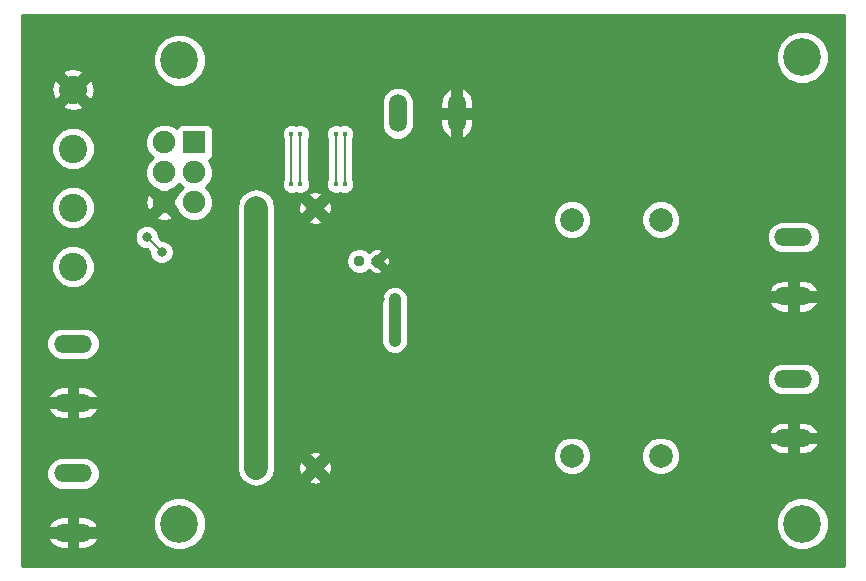
<source format=gbl>
G04 (created by PCBNEW-RS274X (2010-03-14)-final) date Thu 12 Jan 2012 21:53:35 GMT*
G01*
G70*
G90*
%MOIN*%
G04 Gerber Fmt 3.4, Leading zero omitted, Abs format*
%FSLAX34Y34*%
G04 APERTURE LIST*
%ADD10C,0.006000*%
%ADD11R,0.075000X0.075000*%
%ADD12C,0.075000*%
%ADD13C,0.037400*%
%ADD14C,0.063000*%
%ADD15C,0.078700*%
%ADD16O,0.126000X0.059100*%
%ADD17O,0.059100X0.126000*%
%ADD18C,0.094500*%
%ADD19C,0.126000*%
%ADD20C,0.039400*%
%ADD21C,0.015700*%
%ADD22C,0.031500*%
%ADD23C,0.035000*%
%ADD24C,0.007900*%
%ADD25C,0.039400*%
%ADD26C,0.078700*%
%ADD27C,0.010000*%
G04 APERTURE END LIST*
G54D10*
G54D11*
X40264Y-47819D03*
G54D12*
X40264Y-48819D03*
X40264Y-49819D03*
X39264Y-47819D03*
X39264Y-48819D03*
X39264Y-49819D03*
G54D13*
X45768Y-51772D03*
X46359Y-51772D03*
G54D14*
X42323Y-58661D03*
X44292Y-58661D03*
X42323Y-50000D03*
X44292Y-50000D03*
G54D15*
X52856Y-58268D03*
X55809Y-58268D03*
X52856Y-50394D03*
X55809Y-50394D03*
G54D16*
X60236Y-55708D03*
X60236Y-57677D03*
X36220Y-58857D03*
X36220Y-60826D03*
X36220Y-54527D03*
X36220Y-56496D03*
X60236Y-50983D03*
X60236Y-52952D03*
G54D17*
X47046Y-46850D03*
X49015Y-46850D03*
G54D18*
X36220Y-51968D03*
X36220Y-49999D03*
X36220Y-48031D03*
X36220Y-46062D03*
G54D19*
X60531Y-44980D03*
X60531Y-60531D03*
X39764Y-60531D03*
X39764Y-45079D03*
G54D20*
X45866Y-46161D03*
X49606Y-55197D03*
X49606Y-53464D03*
X49134Y-54331D03*
G54D21*
X45079Y-53150D03*
X45079Y-52756D03*
X44685Y-53150D03*
X44685Y-52756D03*
X45079Y-55512D03*
X45079Y-55905D03*
X44685Y-55512D03*
X44685Y-55905D03*
X45177Y-55118D03*
X44882Y-55118D03*
X44587Y-55118D03*
X45177Y-54331D03*
X44882Y-54331D03*
X44587Y-54331D03*
X45177Y-53543D03*
X44882Y-53543D03*
X44587Y-53543D03*
G54D22*
X44882Y-52953D03*
X44882Y-55709D03*
X46457Y-53051D03*
X46457Y-55610D03*
X43307Y-54823D03*
G54D23*
X39764Y-52362D03*
X39764Y-56299D03*
X39764Y-55512D03*
X39764Y-54724D03*
G54D22*
X38681Y-50984D03*
X39173Y-51476D03*
G54D21*
X45276Y-49213D03*
X45276Y-47539D03*
X44980Y-49213D03*
X44980Y-47539D03*
X43799Y-47539D03*
X43799Y-49213D03*
X43504Y-47539D03*
X43504Y-49213D03*
G54D20*
X46949Y-54429D03*
X46949Y-53051D03*
G54D24*
X38681Y-50984D02*
X39173Y-51476D01*
X45276Y-49213D02*
X45276Y-47539D01*
X44980Y-49213D02*
X44980Y-47539D01*
X43799Y-49213D02*
X43799Y-47539D01*
X43504Y-49213D02*
X43504Y-47539D01*
G54D25*
X46949Y-53051D02*
X46949Y-54429D01*
G54D26*
X42323Y-50000D02*
X42323Y-58661D01*
G54D27*
X34527Y-43582D02*
X61930Y-43582D01*
X34527Y-43662D02*
X61930Y-43662D01*
X34527Y-43742D02*
X61930Y-43742D01*
X34527Y-43822D02*
X61930Y-43822D01*
X34527Y-43902D02*
X61930Y-43902D01*
X34527Y-43982D02*
X61930Y-43982D01*
X34527Y-44062D02*
X61930Y-44062D01*
X34527Y-44142D02*
X60256Y-44142D01*
X60808Y-44142D02*
X61930Y-44142D01*
X34527Y-44222D02*
X39535Y-44222D01*
X39996Y-44222D02*
X60063Y-44222D01*
X60999Y-44222D02*
X61930Y-44222D01*
X34527Y-44302D02*
X39341Y-44302D01*
X40187Y-44302D02*
X59965Y-44302D01*
X61097Y-44302D02*
X61930Y-44302D01*
X34527Y-44382D02*
X39217Y-44382D01*
X40311Y-44382D02*
X59885Y-44382D01*
X61177Y-44382D02*
X61930Y-44382D01*
X34527Y-44462D02*
X39137Y-44462D01*
X40391Y-44462D02*
X59805Y-44462D01*
X61257Y-44462D02*
X61930Y-44462D01*
X34527Y-44542D02*
X39057Y-44542D01*
X40471Y-44542D02*
X59761Y-44542D01*
X61302Y-44542D02*
X61930Y-44542D01*
X34527Y-44622D02*
X39002Y-44622D01*
X40527Y-44622D02*
X59728Y-44622D01*
X61335Y-44622D02*
X61930Y-44622D01*
X34527Y-44702D02*
X38969Y-44702D01*
X40561Y-44702D02*
X59694Y-44702D01*
X61368Y-44702D02*
X61930Y-44702D01*
X34527Y-44782D02*
X38935Y-44782D01*
X40594Y-44782D02*
X59661Y-44782D01*
X61402Y-44782D02*
X61930Y-44782D01*
X34527Y-44862D02*
X38902Y-44862D01*
X40627Y-44862D02*
X59651Y-44862D01*
X61411Y-44862D02*
X61930Y-44862D01*
X34527Y-44942D02*
X38884Y-44942D01*
X40644Y-44942D02*
X59651Y-44942D01*
X61411Y-44942D02*
X61930Y-44942D01*
X34527Y-45022D02*
X38884Y-45022D01*
X40644Y-45022D02*
X59651Y-45022D01*
X61411Y-45022D02*
X61930Y-45022D01*
X34527Y-45102D02*
X38884Y-45102D01*
X40644Y-45102D02*
X59651Y-45102D01*
X61411Y-45102D02*
X61930Y-45102D01*
X34527Y-45182D02*
X38884Y-45182D01*
X40644Y-45182D02*
X59662Y-45182D01*
X61400Y-45182D02*
X61930Y-45182D01*
X34527Y-45262D02*
X38887Y-45262D01*
X40641Y-45262D02*
X59695Y-45262D01*
X61366Y-45262D02*
X61930Y-45262D01*
X34527Y-45342D02*
X36237Y-45342D01*
X36247Y-45342D02*
X38920Y-45342D01*
X40607Y-45342D02*
X59728Y-45342D01*
X61333Y-45342D02*
X61930Y-45342D01*
X34527Y-45422D02*
X35914Y-45422D01*
X36526Y-45422D02*
X38953Y-45422D01*
X40574Y-45422D02*
X59761Y-45422D01*
X61299Y-45422D02*
X61930Y-45422D01*
X34527Y-45502D02*
X35870Y-45502D01*
X36571Y-45502D02*
X38986Y-45502D01*
X40540Y-45502D02*
X59809Y-45502D01*
X61253Y-45502D02*
X61930Y-45502D01*
X34527Y-45582D02*
X35948Y-45582D01*
X36492Y-45582D02*
X39023Y-45582D01*
X40505Y-45582D02*
X59889Y-45582D01*
X61173Y-45582D02*
X61930Y-45582D01*
X34527Y-45662D02*
X36028Y-45662D01*
X36412Y-45662D02*
X39103Y-45662D01*
X40425Y-45662D02*
X59969Y-45662D01*
X61093Y-45662D02*
X61930Y-45662D01*
X34527Y-45742D02*
X35606Y-45742D01*
X35692Y-45742D02*
X36108Y-45742D01*
X36332Y-45742D02*
X36748Y-45742D01*
X36835Y-45742D02*
X39183Y-45742D01*
X40345Y-45742D02*
X60072Y-45742D01*
X60990Y-45742D02*
X61930Y-45742D01*
X34527Y-45822D02*
X35550Y-45822D01*
X35772Y-45822D02*
X36188Y-45822D01*
X36252Y-45822D02*
X36668Y-45822D01*
X36897Y-45822D02*
X39263Y-45822D01*
X40265Y-45822D02*
X60264Y-45822D01*
X60796Y-45822D02*
X61930Y-45822D01*
X34527Y-45902D02*
X35531Y-45902D01*
X35852Y-45902D02*
X36588Y-45902D01*
X36911Y-45902D02*
X39451Y-45902D01*
X40075Y-45902D02*
X61930Y-45902D01*
X34527Y-45982D02*
X35513Y-45982D01*
X35932Y-45982D02*
X36508Y-45982D01*
X36924Y-45982D02*
X46894Y-45982D01*
X47199Y-45982D02*
X61930Y-45982D01*
X34527Y-46062D02*
X35502Y-46062D01*
X36012Y-46062D02*
X36428Y-46062D01*
X36938Y-46062D02*
X46726Y-46062D01*
X47367Y-46062D02*
X48725Y-46062D01*
X48868Y-46062D02*
X49162Y-46062D01*
X49306Y-46062D02*
X61930Y-46062D01*
X34527Y-46142D02*
X35516Y-46142D01*
X35932Y-46142D02*
X36508Y-46142D01*
X36927Y-46142D02*
X46646Y-46142D01*
X47447Y-46142D02*
X48625Y-46142D01*
X48868Y-46142D02*
X49162Y-46142D01*
X49406Y-46142D02*
X61930Y-46142D01*
X34527Y-46222D02*
X35529Y-46222D01*
X35852Y-46222D02*
X36588Y-46222D01*
X36909Y-46222D02*
X46582Y-46222D01*
X47512Y-46222D02*
X48567Y-46222D01*
X48868Y-46222D02*
X49162Y-46222D01*
X49464Y-46222D02*
X61930Y-46222D01*
X34527Y-46302D02*
X35543Y-46302D01*
X35772Y-46302D02*
X36188Y-46302D01*
X36252Y-46302D02*
X36668Y-46302D01*
X36890Y-46302D02*
X46549Y-46302D01*
X47544Y-46302D02*
X48516Y-46302D01*
X48868Y-46302D02*
X49162Y-46302D01*
X49515Y-46302D02*
X61930Y-46302D01*
X34527Y-46382D02*
X35605Y-46382D01*
X35692Y-46382D02*
X36108Y-46382D01*
X36332Y-46382D02*
X36748Y-46382D01*
X36834Y-46382D02*
X46515Y-46382D01*
X47577Y-46382D02*
X48497Y-46382D01*
X48868Y-46382D02*
X49162Y-46382D01*
X49534Y-46382D02*
X61930Y-46382D01*
X34527Y-46462D02*
X36028Y-46462D01*
X36412Y-46462D02*
X46511Y-46462D01*
X47581Y-46462D02*
X48478Y-46462D01*
X48868Y-46462D02*
X49162Y-46462D01*
X49553Y-46462D02*
X61930Y-46462D01*
X34527Y-46542D02*
X35948Y-46542D01*
X36492Y-46542D02*
X46511Y-46542D01*
X47581Y-46542D02*
X48470Y-46542D01*
X48868Y-46542D02*
X49162Y-46542D01*
X49560Y-46542D02*
X61930Y-46542D01*
X34527Y-46622D02*
X35869Y-46622D01*
X36570Y-46622D02*
X46511Y-46622D01*
X47581Y-46622D02*
X48470Y-46622D01*
X48868Y-46622D02*
X49162Y-46622D01*
X49560Y-46622D02*
X61930Y-46622D01*
X34527Y-46702D02*
X35914Y-46702D01*
X36526Y-46702D02*
X46511Y-46702D01*
X47581Y-46702D02*
X48470Y-46702D01*
X48868Y-46702D02*
X49162Y-46702D01*
X49560Y-46702D02*
X61930Y-46702D01*
X34527Y-46782D02*
X36193Y-46782D01*
X36203Y-46782D02*
X46511Y-46782D01*
X47581Y-46782D02*
X61930Y-46782D01*
X34527Y-46862D02*
X46511Y-46862D01*
X47581Y-46862D02*
X61930Y-46862D01*
X34527Y-46942D02*
X46511Y-46942D01*
X47581Y-46942D02*
X61930Y-46942D01*
X34527Y-47022D02*
X46511Y-47022D01*
X47581Y-47022D02*
X48470Y-47022D01*
X48868Y-47022D02*
X49162Y-47022D01*
X49560Y-47022D02*
X61930Y-47022D01*
X34527Y-47102D02*
X46511Y-47102D01*
X47581Y-47102D02*
X48470Y-47102D01*
X48868Y-47102D02*
X49162Y-47102D01*
X49560Y-47102D02*
X61930Y-47102D01*
X34527Y-47182D02*
X46511Y-47182D01*
X47581Y-47182D02*
X48470Y-47182D01*
X48868Y-47182D02*
X49162Y-47182D01*
X49560Y-47182D02*
X61930Y-47182D01*
X34527Y-47262D02*
X38976Y-47262D01*
X39555Y-47262D02*
X39719Y-47262D01*
X40809Y-47262D02*
X43317Y-47262D01*
X43986Y-47262D02*
X44793Y-47262D01*
X45463Y-47262D02*
X46511Y-47262D01*
X47581Y-47262D02*
X48483Y-47262D01*
X48868Y-47262D02*
X49162Y-47262D01*
X49546Y-47262D02*
X61930Y-47262D01*
X34527Y-47342D02*
X35998Y-47342D01*
X36444Y-47342D02*
X38857Y-47342D01*
X40867Y-47342D02*
X43237Y-47342D01*
X44066Y-47342D02*
X44713Y-47342D01*
X45543Y-47342D02*
X46524Y-47342D01*
X47567Y-47342D02*
X48502Y-47342D01*
X48868Y-47342D02*
X49162Y-47342D01*
X49527Y-47342D02*
X61930Y-47342D01*
X34527Y-47422D02*
X35809Y-47422D01*
X36632Y-47422D02*
X38777Y-47422D01*
X40888Y-47422D02*
X43198Y-47422D01*
X44106Y-47422D02*
X44674Y-47422D01*
X45583Y-47422D02*
X46557Y-47422D01*
X47533Y-47422D02*
X48526Y-47422D01*
X48868Y-47422D02*
X49162Y-47422D01*
X49503Y-47422D02*
X61930Y-47422D01*
X34527Y-47502D02*
X35729Y-47502D01*
X36712Y-47502D02*
X38719Y-47502D01*
X40888Y-47502D02*
X43176Y-47502D01*
X44127Y-47502D02*
X44652Y-47502D01*
X45604Y-47502D02*
X46590Y-47502D01*
X47500Y-47502D02*
X48584Y-47502D01*
X48868Y-47502D02*
X49162Y-47502D01*
X49445Y-47502D02*
X61930Y-47502D01*
X34527Y-47582D02*
X35648Y-47582D01*
X36792Y-47582D02*
X38686Y-47582D01*
X40888Y-47582D02*
X43176Y-47582D01*
X44127Y-47582D02*
X44652Y-47582D01*
X45604Y-47582D02*
X46669Y-47582D01*
X47422Y-47582D02*
X48641Y-47582D01*
X48868Y-47582D02*
X49162Y-47582D01*
X49388Y-47582D02*
X61930Y-47582D01*
X34527Y-47662D02*
X35592Y-47662D01*
X36849Y-47662D02*
X38653Y-47662D01*
X40888Y-47662D02*
X43200Y-47662D01*
X44102Y-47662D02*
X44676Y-47662D01*
X45579Y-47662D02*
X46759Y-47662D01*
X47334Y-47662D02*
X48760Y-47662D01*
X48829Y-47662D02*
X49200Y-47662D01*
X49269Y-47662D02*
X61930Y-47662D01*
X34527Y-47742D02*
X35559Y-47742D01*
X36882Y-47742D02*
X38639Y-47742D01*
X40888Y-47742D02*
X43215Y-47742D01*
X44088Y-47742D02*
X44691Y-47742D01*
X45565Y-47742D02*
X61930Y-47742D01*
X34527Y-47822D02*
X35525Y-47822D01*
X36915Y-47822D02*
X38639Y-47822D01*
X40888Y-47822D02*
X43215Y-47822D01*
X44088Y-47822D02*
X44691Y-47822D01*
X45565Y-47822D02*
X61930Y-47822D01*
X34527Y-47902D02*
X35498Y-47902D01*
X36942Y-47902D02*
X38639Y-47902D01*
X40888Y-47902D02*
X43215Y-47902D01*
X44088Y-47902D02*
X44691Y-47902D01*
X45565Y-47902D02*
X61930Y-47902D01*
X34527Y-47982D02*
X35498Y-47982D01*
X36942Y-47982D02*
X38655Y-47982D01*
X40888Y-47982D02*
X43215Y-47982D01*
X44088Y-47982D02*
X44691Y-47982D01*
X45565Y-47982D02*
X61930Y-47982D01*
X34527Y-48062D02*
X35498Y-48062D01*
X36942Y-48062D02*
X38688Y-48062D01*
X40888Y-48062D02*
X43215Y-48062D01*
X44088Y-48062D02*
X44691Y-48062D01*
X45565Y-48062D02*
X61930Y-48062D01*
X34527Y-48142D02*
X35498Y-48142D01*
X36942Y-48142D02*
X38721Y-48142D01*
X40888Y-48142D02*
X43215Y-48142D01*
X44088Y-48142D02*
X44691Y-48142D01*
X45565Y-48142D02*
X61930Y-48142D01*
X34527Y-48222D02*
X35517Y-48222D01*
X36922Y-48222D02*
X38783Y-48222D01*
X40888Y-48222D02*
X43215Y-48222D01*
X44088Y-48222D02*
X44691Y-48222D01*
X45565Y-48222D02*
X61930Y-48222D01*
X34527Y-48302D02*
X35551Y-48302D01*
X36889Y-48302D02*
X38863Y-48302D01*
X40863Y-48302D02*
X43215Y-48302D01*
X44088Y-48302D02*
X44691Y-48302D01*
X45565Y-48302D02*
X61930Y-48302D01*
X34527Y-48382D02*
X35584Y-48382D01*
X36856Y-48382D02*
X38816Y-48382D01*
X40803Y-48382D02*
X43215Y-48382D01*
X44088Y-48382D02*
X44691Y-48382D01*
X45565Y-48382D02*
X61930Y-48382D01*
X34527Y-48462D02*
X35630Y-48462D01*
X36809Y-48462D02*
X38737Y-48462D01*
X40791Y-48462D02*
X43215Y-48462D01*
X44088Y-48462D02*
X44691Y-48462D01*
X45565Y-48462D02*
X61930Y-48462D01*
X34527Y-48542D02*
X35710Y-48542D01*
X36729Y-48542D02*
X38703Y-48542D01*
X40826Y-48542D02*
X43215Y-48542D01*
X44088Y-48542D02*
X44691Y-48542D01*
X45565Y-48542D02*
X61930Y-48542D01*
X34527Y-48622D02*
X35790Y-48622D01*
X36649Y-48622D02*
X38669Y-48622D01*
X40859Y-48622D02*
X43215Y-48622D01*
X44088Y-48622D02*
X44691Y-48622D01*
X45565Y-48622D02*
X61930Y-48622D01*
X34527Y-48702D02*
X35953Y-48702D01*
X36485Y-48702D02*
X38639Y-48702D01*
X40889Y-48702D02*
X43215Y-48702D01*
X44088Y-48702D02*
X44691Y-48702D01*
X45565Y-48702D02*
X61930Y-48702D01*
X34527Y-48782D02*
X38639Y-48782D01*
X40889Y-48782D02*
X43215Y-48782D01*
X44088Y-48782D02*
X44691Y-48782D01*
X45565Y-48782D02*
X61930Y-48782D01*
X34527Y-48862D02*
X38639Y-48862D01*
X40889Y-48862D02*
X43215Y-48862D01*
X44088Y-48862D02*
X44691Y-48862D01*
X45565Y-48862D02*
X61930Y-48862D01*
X34527Y-48942D02*
X38639Y-48942D01*
X40889Y-48942D02*
X43215Y-48942D01*
X44088Y-48942D02*
X44691Y-48942D01*
X45565Y-48942D02*
X61930Y-48942D01*
X34527Y-49022D02*
X38671Y-49022D01*
X40856Y-49022D02*
X43215Y-49022D01*
X44088Y-49022D02*
X44691Y-49022D01*
X45565Y-49022D02*
X61930Y-49022D01*
X34527Y-49102D02*
X38704Y-49102D01*
X40823Y-49102D02*
X43195Y-49102D01*
X44109Y-49102D02*
X44671Y-49102D01*
X45586Y-49102D02*
X61930Y-49102D01*
X34527Y-49182D02*
X38743Y-49182D01*
X40784Y-49182D02*
X43176Y-49182D01*
X44127Y-49182D02*
X44652Y-49182D01*
X45604Y-49182D02*
X61930Y-49182D01*
X34527Y-49262D02*
X38823Y-49262D01*
X39704Y-49262D02*
X39823Y-49262D01*
X40703Y-49262D02*
X43176Y-49262D01*
X44127Y-49262D02*
X44652Y-49262D01*
X45604Y-49262D02*
X61930Y-49262D01*
X34527Y-49342D02*
X35920Y-49342D01*
X36521Y-49342D02*
X38903Y-49342D01*
X39624Y-49342D02*
X39857Y-49342D01*
X40671Y-49342D02*
X43202Y-49342D01*
X44100Y-49342D02*
X44678Y-49342D01*
X45577Y-49342D02*
X61930Y-49342D01*
X34527Y-49422D02*
X35777Y-49422D01*
X36664Y-49422D02*
X39075Y-49422D01*
X39452Y-49422D02*
X39777Y-49422D01*
X40751Y-49422D02*
X42053Y-49422D01*
X42594Y-49422D02*
X43249Y-49422D01*
X44054Y-49422D02*
X44725Y-49422D01*
X45531Y-49422D02*
X61930Y-49422D01*
X34527Y-49502D02*
X35697Y-49502D01*
X36744Y-49502D02*
X39155Y-49502D01*
X39372Y-49502D02*
X39719Y-49502D01*
X40810Y-49502D02*
X41933Y-49502D01*
X42714Y-49502D02*
X43344Y-49502D01*
X43958Y-49502D02*
X44079Y-49502D01*
X44506Y-49502D02*
X44820Y-49502D01*
X45435Y-49502D02*
X61930Y-49502D01*
X34527Y-49582D02*
X35617Y-49582D01*
X36824Y-49582D02*
X38686Y-49582D01*
X38819Y-49582D02*
X39235Y-49582D01*
X39292Y-49582D02*
X39685Y-49582D01*
X40843Y-49582D02*
X41844Y-49582D01*
X42803Y-49582D02*
X44082Y-49582D01*
X44502Y-49582D02*
X61930Y-49582D01*
X34527Y-49662D02*
X35579Y-49662D01*
X36862Y-49662D02*
X38671Y-49662D01*
X38899Y-49662D02*
X39629Y-49662D01*
X40876Y-49662D02*
X41791Y-49662D01*
X42856Y-49662D02*
X44162Y-49662D01*
X44422Y-49662D02*
X61930Y-49662D01*
X34527Y-49742D02*
X35545Y-49742D01*
X36895Y-49742D02*
X38655Y-49742D01*
X38979Y-49742D02*
X39549Y-49742D01*
X40889Y-49742D02*
X41737Y-49742D01*
X42910Y-49742D02*
X44242Y-49742D01*
X44342Y-49742D02*
X61930Y-49742D01*
X34527Y-49822D02*
X35512Y-49822D01*
X36928Y-49822D02*
X38639Y-49822D01*
X39053Y-49822D02*
X39475Y-49822D01*
X40889Y-49822D02*
X41716Y-49822D01*
X42931Y-49822D02*
X43761Y-49822D01*
X43906Y-49822D02*
X44678Y-49822D01*
X44824Y-49822D02*
X52559Y-49822D01*
X53155Y-49822D02*
X55512Y-49822D01*
X56108Y-49822D02*
X61930Y-49822D01*
X34527Y-49902D02*
X35498Y-49902D01*
X36942Y-49902D02*
X38655Y-49902D01*
X38973Y-49902D02*
X39555Y-49902D01*
X40889Y-49902D02*
X41700Y-49902D01*
X42947Y-49902D02*
X43748Y-49902D01*
X43986Y-49902D02*
X44598Y-49902D01*
X44840Y-49902D02*
X52440Y-49902D01*
X53273Y-49902D02*
X55393Y-49902D01*
X56226Y-49902D02*
X61930Y-49902D01*
X34527Y-49982D02*
X35498Y-49982D01*
X36942Y-49982D02*
X38671Y-49982D01*
X38893Y-49982D02*
X39635Y-49982D01*
X40873Y-49982D02*
X41684Y-49982D01*
X42963Y-49982D02*
X43734Y-49982D01*
X44066Y-49982D02*
X44518Y-49982D01*
X44856Y-49982D02*
X52360Y-49982D01*
X53353Y-49982D02*
X55313Y-49982D01*
X56306Y-49982D02*
X61930Y-49982D01*
X34527Y-50062D02*
X35498Y-50062D01*
X36942Y-50062D02*
X38696Y-50062D01*
X38813Y-50062D02*
X39229Y-50062D01*
X39299Y-50062D02*
X39688Y-50062D01*
X40840Y-50062D02*
X41680Y-50062D01*
X42966Y-50062D02*
X43737Y-50062D01*
X44022Y-50062D02*
X44562Y-50062D01*
X44842Y-50062D02*
X52299Y-50062D01*
X53414Y-50062D02*
X55252Y-50062D01*
X56367Y-50062D02*
X61930Y-50062D01*
X34527Y-50142D02*
X35498Y-50142D01*
X36942Y-50142D02*
X39149Y-50142D01*
X39379Y-50142D02*
X39721Y-50142D01*
X40806Y-50142D02*
X41680Y-50142D01*
X42966Y-50142D02*
X43753Y-50142D01*
X43942Y-50142D02*
X44642Y-50142D01*
X44829Y-50142D02*
X52265Y-50142D01*
X53448Y-50142D02*
X55218Y-50142D01*
X56401Y-50142D02*
X61930Y-50142D01*
X34527Y-50222D02*
X35531Y-50222D01*
X36909Y-50222D02*
X39069Y-50222D01*
X39459Y-50222D02*
X39783Y-50222D01*
X40745Y-50222D02*
X41680Y-50222D01*
X42966Y-50222D02*
X43813Y-50222D01*
X43862Y-50222D02*
X44278Y-50222D01*
X44306Y-50222D02*
X44722Y-50222D01*
X44770Y-50222D02*
X52232Y-50222D01*
X53481Y-50222D02*
X55185Y-50222D01*
X56434Y-50222D02*
X61930Y-50222D01*
X34527Y-50302D02*
X35564Y-50302D01*
X36876Y-50302D02*
X38989Y-50302D01*
X39539Y-50302D02*
X39863Y-50302D01*
X40665Y-50302D02*
X41680Y-50302D01*
X42966Y-50302D02*
X44198Y-50302D01*
X44386Y-50302D02*
X52213Y-50302D01*
X53499Y-50302D02*
X55166Y-50302D01*
X56452Y-50302D02*
X61930Y-50302D01*
X34527Y-50382D02*
X35597Y-50382D01*
X36842Y-50382D02*
X39019Y-50382D01*
X39509Y-50382D02*
X39989Y-50382D01*
X40538Y-50382D02*
X41680Y-50382D01*
X42966Y-50382D02*
X44118Y-50382D01*
X44466Y-50382D02*
X52213Y-50382D01*
X53499Y-50382D02*
X55166Y-50382D01*
X56452Y-50382D02*
X61930Y-50382D01*
X34527Y-50462D02*
X35662Y-50462D01*
X36777Y-50462D02*
X41680Y-50462D01*
X42966Y-50462D02*
X44063Y-50462D01*
X44520Y-50462D02*
X52213Y-50462D01*
X53499Y-50462D02*
X55166Y-50462D01*
X56452Y-50462D02*
X59744Y-50462D01*
X60729Y-50462D02*
X61930Y-50462D01*
X34527Y-50542D02*
X35742Y-50542D01*
X36697Y-50542D02*
X41680Y-50542D01*
X42966Y-50542D02*
X44178Y-50542D01*
X44418Y-50542D02*
X52221Y-50542D01*
X53491Y-50542D02*
X55174Y-50542D01*
X56444Y-50542D02*
X59569Y-50542D01*
X60904Y-50542D02*
X61930Y-50542D01*
X34527Y-50622D02*
X35837Y-50622D01*
X36601Y-50622D02*
X38496Y-50622D01*
X38870Y-50622D02*
X41680Y-50622D01*
X42966Y-50622D02*
X52254Y-50622D01*
X53457Y-50622D02*
X55207Y-50622D01*
X56410Y-50622D02*
X59489Y-50622D01*
X60984Y-50622D02*
X61930Y-50622D01*
X34527Y-50702D02*
X36030Y-50702D01*
X36408Y-50702D02*
X38389Y-50702D01*
X38973Y-50702D02*
X41680Y-50702D01*
X42966Y-50702D02*
X52288Y-50702D01*
X53423Y-50702D02*
X55241Y-50702D01*
X56376Y-50702D02*
X59422Y-50702D01*
X61052Y-50702D02*
X61930Y-50702D01*
X34527Y-50782D02*
X38326Y-50782D01*
X39037Y-50782D02*
X41680Y-50782D01*
X42966Y-50782D02*
X52335Y-50782D01*
X53376Y-50782D02*
X55288Y-50782D01*
X56329Y-50782D02*
X59389Y-50782D01*
X61084Y-50782D02*
X61930Y-50782D01*
X34527Y-50862D02*
X38292Y-50862D01*
X39070Y-50862D02*
X41680Y-50862D01*
X42966Y-50862D02*
X52415Y-50862D01*
X53296Y-50862D02*
X55368Y-50862D01*
X56249Y-50862D02*
X59355Y-50862D01*
X61117Y-50862D02*
X61930Y-50862D01*
X34527Y-50942D02*
X38275Y-50942D01*
X39087Y-50942D02*
X41680Y-50942D01*
X42966Y-50942D02*
X52500Y-50942D01*
X53211Y-50942D02*
X55453Y-50942D01*
X56164Y-50942D02*
X59349Y-50942D01*
X61123Y-50942D02*
X61930Y-50942D01*
X34527Y-51022D02*
X38275Y-51022D01*
X39128Y-51022D02*
X41680Y-51022D01*
X42966Y-51022D02*
X52691Y-51022D01*
X53019Y-51022D02*
X55644Y-51022D01*
X55972Y-51022D02*
X59349Y-51022D01*
X61123Y-51022D02*
X61930Y-51022D01*
X34527Y-51102D02*
X38290Y-51102D01*
X39333Y-51102D02*
X41680Y-51102D01*
X42966Y-51102D02*
X59354Y-51102D01*
X61117Y-51102D02*
X61930Y-51102D01*
X34527Y-51182D02*
X38324Y-51182D01*
X39454Y-51182D02*
X41680Y-51182D01*
X42966Y-51182D02*
X59387Y-51182D01*
X61084Y-51182D02*
X61930Y-51182D01*
X34527Y-51262D02*
X36038Y-51262D01*
X36403Y-51262D02*
X38385Y-51262D01*
X39524Y-51262D02*
X41680Y-51262D01*
X42966Y-51262D02*
X59420Y-51262D01*
X61051Y-51262D02*
X61930Y-51262D01*
X34527Y-51342D02*
X35846Y-51342D01*
X36596Y-51342D02*
X38483Y-51342D01*
X39557Y-51342D02*
X41680Y-51342D01*
X42966Y-51342D02*
X45665Y-51342D01*
X45873Y-51342D02*
X46335Y-51342D01*
X46396Y-51342D02*
X59486Y-51342D01*
X60985Y-51342D02*
X61930Y-51342D01*
X34527Y-51422D02*
X35746Y-51422D01*
X36695Y-51422D02*
X38710Y-51422D01*
X39579Y-51422D02*
X41680Y-51422D01*
X42966Y-51422D02*
X45500Y-51422D01*
X46036Y-51422D02*
X46150Y-51422D01*
X46545Y-51422D02*
X59566Y-51422D01*
X60905Y-51422D02*
X61930Y-51422D01*
X34527Y-51502D02*
X35666Y-51502D01*
X36775Y-51502D02*
X38767Y-51502D01*
X39579Y-51502D02*
X41680Y-51502D01*
X42966Y-51502D02*
X45420Y-51502D01*
X46497Y-51502D02*
X59738Y-51502D01*
X60732Y-51502D02*
X61930Y-51502D01*
X34527Y-51582D02*
X35599Y-51582D01*
X36842Y-51582D02*
X38777Y-51582D01*
X39568Y-51582D02*
X41680Y-51582D01*
X42966Y-51582D02*
X45374Y-51582D01*
X46417Y-51582D02*
X46681Y-51582D01*
X46686Y-51582D02*
X61930Y-51582D01*
X34527Y-51662D02*
X35566Y-51662D01*
X36875Y-51662D02*
X38811Y-51662D01*
X39535Y-51662D02*
X41680Y-51662D01*
X42966Y-51662D02*
X45341Y-51662D01*
X46260Y-51662D02*
X46601Y-51662D01*
X46775Y-51662D02*
X61930Y-51662D01*
X34527Y-51742D02*
X35533Y-51742D01*
X36908Y-51742D02*
X38865Y-51742D01*
X39481Y-51742D02*
X41680Y-51742D01*
X42966Y-51742D02*
X45331Y-51742D01*
X46205Y-51742D02*
X46521Y-51742D01*
X46789Y-51742D02*
X61930Y-51742D01*
X34527Y-51822D02*
X35499Y-51822D01*
X36941Y-51822D02*
X38946Y-51822D01*
X39397Y-51822D02*
X41680Y-51822D01*
X42966Y-51822D02*
X45331Y-51822D01*
X46205Y-51822D02*
X46540Y-51822D01*
X46786Y-51822D02*
X61930Y-51822D01*
X34527Y-51902D02*
X35498Y-51902D01*
X36942Y-51902D02*
X41680Y-51902D01*
X42966Y-51902D02*
X45349Y-51902D01*
X46281Y-51902D02*
X46620Y-51902D01*
X46768Y-51902D02*
X61930Y-51902D01*
X34527Y-51982D02*
X35498Y-51982D01*
X36942Y-51982D02*
X41680Y-51982D01*
X42966Y-51982D02*
X45381Y-51982D01*
X46438Y-51982D02*
X61930Y-51982D01*
X34527Y-52062D02*
X35498Y-52062D01*
X36942Y-52062D02*
X41680Y-52062D01*
X42966Y-52062D02*
X45440Y-52062D01*
X46518Y-52062D02*
X61930Y-52062D01*
X34527Y-52142D02*
X35510Y-52142D01*
X36929Y-52142D02*
X41680Y-52142D01*
X42966Y-52142D02*
X45520Y-52142D01*
X46015Y-52142D02*
X46171Y-52142D01*
X46540Y-52142D02*
X61930Y-52142D01*
X34527Y-52222D02*
X35544Y-52222D01*
X36896Y-52222D02*
X41680Y-52222D01*
X42966Y-52222D02*
X61930Y-52222D01*
X34527Y-52302D02*
X35577Y-52302D01*
X36863Y-52302D02*
X41680Y-52302D01*
X42966Y-52302D02*
X61930Y-52302D01*
X34527Y-52382D02*
X35613Y-52382D01*
X36826Y-52382D02*
X41680Y-52382D01*
X42966Y-52382D02*
X61930Y-52382D01*
X34527Y-52462D02*
X35693Y-52462D01*
X36746Y-52462D02*
X41680Y-52462D01*
X42966Y-52462D02*
X59666Y-52462D01*
X60089Y-52462D02*
X60383Y-52462D01*
X60807Y-52462D02*
X61930Y-52462D01*
X34527Y-52542D02*
X35773Y-52542D01*
X36666Y-52542D02*
X41680Y-52542D01*
X42966Y-52542D02*
X59555Y-52542D01*
X60089Y-52542D02*
X60383Y-52542D01*
X60918Y-52542D02*
X61930Y-52542D01*
X34527Y-52622D02*
X35912Y-52622D01*
X36526Y-52622D02*
X41680Y-52622D01*
X42966Y-52622D02*
X46819Y-52622D01*
X47079Y-52622D02*
X59474Y-52622D01*
X60089Y-52622D02*
X60383Y-52622D01*
X60999Y-52622D02*
X61930Y-52622D01*
X34527Y-52702D02*
X41680Y-52702D01*
X42966Y-52702D02*
X46667Y-52702D01*
X47231Y-52702D02*
X59422Y-52702D01*
X60089Y-52702D02*
X60383Y-52702D01*
X61051Y-52702D02*
X61930Y-52702D01*
X34527Y-52782D02*
X41680Y-52782D01*
X42966Y-52782D02*
X46587Y-52782D01*
X47311Y-52782D02*
X59430Y-52782D01*
X60089Y-52782D02*
X60383Y-52782D01*
X61041Y-52782D02*
X61930Y-52782D01*
X34527Y-52862D02*
X41680Y-52862D01*
X42966Y-52862D02*
X46544Y-52862D01*
X47354Y-52862D02*
X61930Y-52862D01*
X34527Y-52942D02*
X41680Y-52942D01*
X42966Y-52942D02*
X46512Y-52942D01*
X47387Y-52942D02*
X61930Y-52942D01*
X34527Y-53022D02*
X41680Y-53022D01*
X42966Y-53022D02*
X46503Y-53022D01*
X47395Y-53022D02*
X61930Y-53022D01*
X34527Y-53102D02*
X41680Y-53102D01*
X42966Y-53102D02*
X46502Y-53102D01*
X47396Y-53102D02*
X59440Y-53102D01*
X60089Y-53102D02*
X60383Y-53102D01*
X61033Y-53102D02*
X61930Y-53102D01*
X34527Y-53182D02*
X41680Y-53182D01*
X42966Y-53182D02*
X46502Y-53182D01*
X47396Y-53182D02*
X59407Y-53182D01*
X60089Y-53182D02*
X60383Y-53182D01*
X61064Y-53182D02*
X61930Y-53182D01*
X34527Y-53262D02*
X41680Y-53262D01*
X42966Y-53262D02*
X46502Y-53262D01*
X47396Y-53262D02*
X59460Y-53262D01*
X60089Y-53262D02*
X60383Y-53262D01*
X61011Y-53262D02*
X61930Y-53262D01*
X34527Y-53342D02*
X41680Y-53342D01*
X42966Y-53342D02*
X46502Y-53342D01*
X47396Y-53342D02*
X59527Y-53342D01*
X60089Y-53342D02*
X60383Y-53342D01*
X60944Y-53342D02*
X61930Y-53342D01*
X34527Y-53422D02*
X41680Y-53422D01*
X42966Y-53422D02*
X46502Y-53422D01*
X47396Y-53422D02*
X59638Y-53422D01*
X60089Y-53422D02*
X60383Y-53422D01*
X60833Y-53422D02*
X61930Y-53422D01*
X34527Y-53502D02*
X41680Y-53502D01*
X42966Y-53502D02*
X46502Y-53502D01*
X47396Y-53502D02*
X61930Y-53502D01*
X34527Y-53582D02*
X41680Y-53582D01*
X42966Y-53582D02*
X46502Y-53582D01*
X47396Y-53582D02*
X61930Y-53582D01*
X34527Y-53662D02*
X41680Y-53662D01*
X42966Y-53662D02*
X46502Y-53662D01*
X47396Y-53662D02*
X61930Y-53662D01*
X34527Y-53742D02*
X41680Y-53742D01*
X42966Y-53742D02*
X46502Y-53742D01*
X47396Y-53742D02*
X61930Y-53742D01*
X34527Y-53822D02*
X41680Y-53822D01*
X42966Y-53822D02*
X46502Y-53822D01*
X47396Y-53822D02*
X61930Y-53822D01*
X34527Y-53902D02*
X41680Y-53902D01*
X42966Y-53902D02*
X46502Y-53902D01*
X47396Y-53902D02*
X61930Y-53902D01*
X34527Y-53982D02*
X41680Y-53982D01*
X42966Y-53982D02*
X46502Y-53982D01*
X47396Y-53982D02*
X61930Y-53982D01*
X34527Y-54062D02*
X35592Y-54062D01*
X36847Y-54062D02*
X41680Y-54062D01*
X42966Y-54062D02*
X46502Y-54062D01*
X47396Y-54062D02*
X61930Y-54062D01*
X34527Y-54142D02*
X35497Y-54142D01*
X36944Y-54142D02*
X41680Y-54142D01*
X42966Y-54142D02*
X46502Y-54142D01*
X47396Y-54142D02*
X61930Y-54142D01*
X34527Y-54222D02*
X35417Y-54222D01*
X37024Y-54222D02*
X41680Y-54222D01*
X42966Y-54222D02*
X46502Y-54222D01*
X47396Y-54222D02*
X61930Y-54222D01*
X34527Y-54302D02*
X35383Y-54302D01*
X37059Y-54302D02*
X41680Y-54302D01*
X42966Y-54302D02*
X46502Y-54302D01*
X47396Y-54302D02*
X61930Y-54302D01*
X34527Y-54382D02*
X35349Y-54382D01*
X37091Y-54382D02*
X41680Y-54382D01*
X42966Y-54382D02*
X46502Y-54382D01*
X47396Y-54382D02*
X61930Y-54382D01*
X34527Y-54462D02*
X35333Y-54462D01*
X37107Y-54462D02*
X41680Y-54462D01*
X42966Y-54462D02*
X46503Y-54462D01*
X47395Y-54462D02*
X61930Y-54462D01*
X34527Y-54542D02*
X35333Y-54542D01*
X37107Y-54542D02*
X41680Y-54542D01*
X42966Y-54542D02*
X46513Y-54542D01*
X47384Y-54542D02*
X61930Y-54542D01*
X34527Y-54622D02*
X35333Y-54622D01*
X37107Y-54622D02*
X41680Y-54622D01*
X42966Y-54622D02*
X46546Y-54622D01*
X47351Y-54622D02*
X61930Y-54622D01*
X34527Y-54702D02*
X35361Y-54702D01*
X37078Y-54702D02*
X41680Y-54702D01*
X42966Y-54702D02*
X46591Y-54702D01*
X47306Y-54702D02*
X61930Y-54702D01*
X34527Y-54782D02*
X35394Y-54782D01*
X37045Y-54782D02*
X41680Y-54782D01*
X42966Y-54782D02*
X46671Y-54782D01*
X47226Y-54782D02*
X61930Y-54782D01*
X34527Y-54862D02*
X35446Y-54862D01*
X36993Y-54862D02*
X41680Y-54862D01*
X42966Y-54862D02*
X46829Y-54862D01*
X47067Y-54862D02*
X61930Y-54862D01*
X34527Y-54942D02*
X35526Y-54942D01*
X36913Y-54942D02*
X41680Y-54942D01*
X42966Y-54942D02*
X61930Y-54942D01*
X34527Y-55022D02*
X35665Y-55022D01*
X36775Y-55022D02*
X41680Y-55022D01*
X42966Y-55022D02*
X61930Y-55022D01*
X34527Y-55102D02*
X41680Y-55102D01*
X42966Y-55102D02*
X61930Y-55102D01*
X34527Y-55182D02*
X41680Y-55182D01*
X42966Y-55182D02*
X59756Y-55182D01*
X60717Y-55182D02*
X61930Y-55182D01*
X34527Y-55262D02*
X41680Y-55262D01*
X42966Y-55262D02*
X59574Y-55262D01*
X60899Y-55262D02*
X61930Y-55262D01*
X34527Y-55342D02*
X41680Y-55342D01*
X42966Y-55342D02*
X59494Y-55342D01*
X60979Y-55342D02*
X61930Y-55342D01*
X34527Y-55422D02*
X41680Y-55422D01*
X42966Y-55422D02*
X59424Y-55422D01*
X61049Y-55422D02*
X61930Y-55422D01*
X34527Y-55502D02*
X41680Y-55502D01*
X42966Y-55502D02*
X59391Y-55502D01*
X61082Y-55502D02*
X61930Y-55502D01*
X34527Y-55582D02*
X41680Y-55582D01*
X42966Y-55582D02*
X59357Y-55582D01*
X61115Y-55582D02*
X61930Y-55582D01*
X34527Y-55662D02*
X41680Y-55662D01*
X42966Y-55662D02*
X59349Y-55662D01*
X61123Y-55662D02*
X61930Y-55662D01*
X34527Y-55742D02*
X41680Y-55742D01*
X42966Y-55742D02*
X59349Y-55742D01*
X61123Y-55742D02*
X61930Y-55742D01*
X34527Y-55822D02*
X41680Y-55822D01*
X42966Y-55822D02*
X59352Y-55822D01*
X61120Y-55822D02*
X61930Y-55822D01*
X34527Y-55902D02*
X41680Y-55902D01*
X42966Y-55902D02*
X59385Y-55902D01*
X61086Y-55902D02*
X61930Y-55902D01*
X34527Y-55982D02*
X35733Y-55982D01*
X36073Y-55982D02*
X36367Y-55982D01*
X36706Y-55982D02*
X41680Y-55982D01*
X42966Y-55982D02*
X59418Y-55982D01*
X61053Y-55982D02*
X61930Y-55982D01*
X34527Y-56062D02*
X35573Y-56062D01*
X36073Y-56062D02*
X36367Y-56062D01*
X36868Y-56062D02*
X41680Y-56062D01*
X42966Y-56062D02*
X59481Y-56062D01*
X60990Y-56062D02*
X61930Y-56062D01*
X34527Y-56142D02*
X35474Y-56142D01*
X36073Y-56142D02*
X36367Y-56142D01*
X36967Y-56142D02*
X41680Y-56142D01*
X42966Y-56142D02*
X59561Y-56142D01*
X60910Y-56142D02*
X61930Y-56142D01*
X34527Y-56222D02*
X35422Y-56222D01*
X36073Y-56222D02*
X36367Y-56222D01*
X37019Y-56222D02*
X41680Y-56222D01*
X42966Y-56222D02*
X59726Y-56222D01*
X60745Y-56222D02*
X61930Y-56222D01*
X34527Y-56302D02*
X35404Y-56302D01*
X36073Y-56302D02*
X36367Y-56302D01*
X37035Y-56302D02*
X41680Y-56302D01*
X42966Y-56302D02*
X61930Y-56302D01*
X34527Y-56382D02*
X41680Y-56382D01*
X42966Y-56382D02*
X61930Y-56382D01*
X34527Y-56462D02*
X41680Y-56462D01*
X42966Y-56462D02*
X61930Y-56462D01*
X34527Y-56542D02*
X41680Y-56542D01*
X42966Y-56542D02*
X61930Y-56542D01*
X34527Y-56622D02*
X41680Y-56622D01*
X42966Y-56622D02*
X61930Y-56622D01*
X34527Y-56702D02*
X35400Y-56702D01*
X36073Y-56702D02*
X36367Y-56702D01*
X37041Y-56702D02*
X41680Y-56702D01*
X42966Y-56702D02*
X61930Y-56702D01*
X34527Y-56782D02*
X35428Y-56782D01*
X36073Y-56782D02*
X36367Y-56782D01*
X37011Y-56782D02*
X41680Y-56782D01*
X42966Y-56782D02*
X61930Y-56782D01*
X34527Y-56862D02*
X35481Y-56862D01*
X36073Y-56862D02*
X36367Y-56862D01*
X36958Y-56862D02*
X41680Y-56862D01*
X42966Y-56862D02*
X61930Y-56862D01*
X34527Y-56942D02*
X35588Y-56942D01*
X36073Y-56942D02*
X36367Y-56942D01*
X36851Y-56942D02*
X41680Y-56942D01*
X42966Y-56942D02*
X61930Y-56942D01*
X34527Y-57022D02*
X35785Y-57022D01*
X36073Y-57022D02*
X36367Y-57022D01*
X36655Y-57022D02*
X41680Y-57022D01*
X42966Y-57022D02*
X61930Y-57022D01*
X34527Y-57102D02*
X41680Y-57102D01*
X42966Y-57102D02*
X61930Y-57102D01*
X34527Y-57182D02*
X41680Y-57182D01*
X42966Y-57182D02*
X59673Y-57182D01*
X60089Y-57182D02*
X60383Y-57182D01*
X60800Y-57182D02*
X61930Y-57182D01*
X34527Y-57262D02*
X41680Y-57262D01*
X42966Y-57262D02*
X59562Y-57262D01*
X60089Y-57262D02*
X60383Y-57262D01*
X60911Y-57262D02*
X61930Y-57262D01*
X34527Y-57342D02*
X41680Y-57342D01*
X42966Y-57342D02*
X59478Y-57342D01*
X60089Y-57342D02*
X60383Y-57342D01*
X60995Y-57342D02*
X61930Y-57342D01*
X34527Y-57422D02*
X41680Y-57422D01*
X42966Y-57422D02*
X59425Y-57422D01*
X60089Y-57422D02*
X60383Y-57422D01*
X61048Y-57422D02*
X61930Y-57422D01*
X34527Y-57502D02*
X41680Y-57502D01*
X42966Y-57502D02*
X59428Y-57502D01*
X60089Y-57502D02*
X60383Y-57502D01*
X61043Y-57502D02*
X61930Y-57502D01*
X34527Y-57582D02*
X41680Y-57582D01*
X42966Y-57582D02*
X61930Y-57582D01*
X34527Y-57662D02*
X41680Y-57662D01*
X42966Y-57662D02*
X52639Y-57662D01*
X53074Y-57662D02*
X55592Y-57662D01*
X56027Y-57662D02*
X61930Y-57662D01*
X34527Y-57742D02*
X41680Y-57742D01*
X42966Y-57742D02*
X52474Y-57742D01*
X53239Y-57742D02*
X55427Y-57742D01*
X56192Y-57742D02*
X61930Y-57742D01*
X34527Y-57822D02*
X41680Y-57822D01*
X42966Y-57822D02*
X52394Y-57822D01*
X53319Y-57822D02*
X55347Y-57822D01*
X56272Y-57822D02*
X61930Y-57822D01*
X34527Y-57902D02*
X41680Y-57902D01*
X42966Y-57902D02*
X52314Y-57902D01*
X53399Y-57902D02*
X55267Y-57902D01*
X56352Y-57902D02*
X59407Y-57902D01*
X60089Y-57902D02*
X60383Y-57902D01*
X61066Y-57902D02*
X61930Y-57902D01*
X34527Y-57982D02*
X41680Y-57982D01*
X42966Y-57982D02*
X52279Y-57982D01*
X53433Y-57982D02*
X55232Y-57982D01*
X56386Y-57982D02*
X59457Y-57982D01*
X60089Y-57982D02*
X60383Y-57982D01*
X61014Y-57982D02*
X61930Y-57982D01*
X34527Y-58062D02*
X41680Y-58062D01*
X42966Y-58062D02*
X52246Y-58062D01*
X53467Y-58062D02*
X55199Y-58062D01*
X56420Y-58062D02*
X59520Y-58062D01*
X60089Y-58062D02*
X60383Y-58062D01*
X60951Y-58062D02*
X61930Y-58062D01*
X34527Y-58142D02*
X41680Y-58142D01*
X42966Y-58142D02*
X44087Y-58142D01*
X44498Y-58142D02*
X52213Y-58142D01*
X53499Y-58142D02*
X55166Y-58142D01*
X56452Y-58142D02*
X59631Y-58142D01*
X60089Y-58142D02*
X60383Y-58142D01*
X60840Y-58142D02*
X61930Y-58142D01*
X34527Y-58222D02*
X41680Y-58222D01*
X42966Y-58222D02*
X44061Y-58222D01*
X44523Y-58222D02*
X52213Y-58222D01*
X53499Y-58222D02*
X55166Y-58222D01*
X56452Y-58222D02*
X61930Y-58222D01*
X34527Y-58302D02*
X41680Y-58302D01*
X42966Y-58302D02*
X44141Y-58302D01*
X44443Y-58302D02*
X52213Y-58302D01*
X53499Y-58302D02*
X55166Y-58302D01*
X56452Y-58302D02*
X61930Y-58302D01*
X34527Y-58382D02*
X35616Y-58382D01*
X36823Y-58382D02*
X41680Y-58382D01*
X42966Y-58382D02*
X44221Y-58382D01*
X44363Y-58382D02*
X52213Y-58382D01*
X53499Y-58382D02*
X55166Y-58382D01*
X56452Y-58382D02*
X61930Y-58382D01*
X34527Y-58462D02*
X35507Y-58462D01*
X36934Y-58462D02*
X41680Y-58462D01*
X42966Y-58462D02*
X43765Y-58462D01*
X43885Y-58462D02*
X44699Y-58462D01*
X44820Y-58462D02*
X52240Y-58462D01*
X53471Y-58462D02*
X55193Y-58462D01*
X56424Y-58462D02*
X61930Y-58462D01*
X34527Y-58542D02*
X35427Y-58542D01*
X37014Y-58542D02*
X41680Y-58542D01*
X42966Y-58542D02*
X43751Y-58542D01*
X43965Y-58542D02*
X44619Y-58542D01*
X44836Y-58542D02*
X52274Y-58542D01*
X53438Y-58542D02*
X55227Y-58542D01*
X56391Y-58542D02*
X61930Y-58542D01*
X34527Y-58622D02*
X35387Y-58622D01*
X37054Y-58622D02*
X41680Y-58622D01*
X42966Y-58622D02*
X43738Y-58622D01*
X44045Y-58622D02*
X44539Y-58622D01*
X44852Y-58622D02*
X52307Y-58622D01*
X53404Y-58622D02*
X55260Y-58622D01*
X56357Y-58622D02*
X61930Y-58622D01*
X34527Y-58702D02*
X35354Y-58702D01*
X37087Y-58702D02*
X41688Y-58702D01*
X42957Y-58702D02*
X43733Y-58702D01*
X44043Y-58702D02*
X44541Y-58702D01*
X44846Y-58702D02*
X52381Y-58702D01*
X53330Y-58702D02*
X55334Y-58702D01*
X56283Y-58702D02*
X61930Y-58702D01*
X34527Y-58782D02*
X35333Y-58782D01*
X37107Y-58782D02*
X41704Y-58782D01*
X42941Y-58782D02*
X43748Y-58782D01*
X43963Y-58782D02*
X44621Y-58782D01*
X44832Y-58782D02*
X52461Y-58782D01*
X53250Y-58782D02*
X55414Y-58782D01*
X56203Y-58782D02*
X61930Y-58782D01*
X34527Y-58862D02*
X35333Y-58862D01*
X37107Y-58862D02*
X41720Y-58862D01*
X42925Y-58862D02*
X43764Y-58862D01*
X43883Y-58862D02*
X44701Y-58862D01*
X44819Y-58862D02*
X52610Y-58862D01*
X53101Y-58862D02*
X55563Y-58862D01*
X56054Y-58862D02*
X61930Y-58862D01*
X34527Y-58942D02*
X35333Y-58942D01*
X37107Y-58942D02*
X41752Y-58942D01*
X42893Y-58942D02*
X44219Y-58942D01*
X44365Y-58942D02*
X61930Y-58942D01*
X34527Y-59022D02*
X35357Y-59022D01*
X37082Y-59022D02*
X41805Y-59022D01*
X42840Y-59022D02*
X44139Y-59022D01*
X44445Y-59022D02*
X61930Y-59022D01*
X34527Y-59102D02*
X35390Y-59102D01*
X37049Y-59102D02*
X41858Y-59102D01*
X42787Y-59102D02*
X44059Y-59102D01*
X44525Y-59102D02*
X61930Y-59102D01*
X34527Y-59182D02*
X35436Y-59182D01*
X37003Y-59182D02*
X41967Y-59182D01*
X42678Y-59182D02*
X44087Y-59182D01*
X44496Y-59182D02*
X61930Y-59182D01*
X34527Y-59262D02*
X35516Y-59262D01*
X36923Y-59262D02*
X42112Y-59262D01*
X42533Y-59262D02*
X61930Y-59262D01*
X34527Y-59342D02*
X35641Y-59342D01*
X36799Y-59342D02*
X61930Y-59342D01*
X34527Y-59422D02*
X61930Y-59422D01*
X34527Y-59502D02*
X61930Y-59502D01*
X34527Y-59582D02*
X61930Y-59582D01*
X34527Y-59662D02*
X39564Y-59662D01*
X39967Y-59662D02*
X60331Y-59662D01*
X60734Y-59662D02*
X61930Y-59662D01*
X34527Y-59742D02*
X39370Y-59742D01*
X40159Y-59742D02*
X60137Y-59742D01*
X60925Y-59742D02*
X61930Y-59742D01*
X34527Y-59822D02*
X39229Y-59822D01*
X40299Y-59822D02*
X59996Y-59822D01*
X61066Y-59822D02*
X61930Y-59822D01*
X34527Y-59902D02*
X39149Y-59902D01*
X40379Y-59902D02*
X59916Y-59902D01*
X61146Y-59902D02*
X61930Y-59902D01*
X34527Y-59982D02*
X39069Y-59982D01*
X40459Y-59982D02*
X59836Y-59982D01*
X61226Y-59982D02*
X61930Y-59982D01*
X34527Y-60062D02*
X39007Y-60062D01*
X40522Y-60062D02*
X59774Y-60062D01*
X61289Y-60062D02*
X61930Y-60062D01*
X34527Y-60142D02*
X38974Y-60142D01*
X40556Y-60142D02*
X59740Y-60142D01*
X61323Y-60142D02*
X61930Y-60142D01*
X34527Y-60222D02*
X38940Y-60222D01*
X40589Y-60222D02*
X59707Y-60222D01*
X61356Y-60222D02*
X61930Y-60222D01*
X34527Y-60302D02*
X35774Y-60302D01*
X36073Y-60302D02*
X36367Y-60302D01*
X36664Y-60302D02*
X38907Y-60302D01*
X40622Y-60302D02*
X59674Y-60302D01*
X61389Y-60302D02*
X61930Y-60302D01*
X34527Y-60382D02*
X35587Y-60382D01*
X36073Y-60382D02*
X36367Y-60382D01*
X36854Y-60382D02*
X38884Y-60382D01*
X40644Y-60382D02*
X59651Y-60382D01*
X61411Y-60382D02*
X61930Y-60382D01*
X34527Y-60462D02*
X35481Y-60462D01*
X36073Y-60462D02*
X36367Y-60462D01*
X36960Y-60462D02*
X38884Y-60462D01*
X40644Y-60462D02*
X59651Y-60462D01*
X61411Y-60462D02*
X61930Y-60462D01*
X34527Y-60542D02*
X35428Y-60542D01*
X36073Y-60542D02*
X36367Y-60542D01*
X37013Y-60542D02*
X38884Y-60542D01*
X40644Y-60542D02*
X59651Y-60542D01*
X61411Y-60542D02*
X61930Y-60542D01*
X34527Y-60622D02*
X35400Y-60622D01*
X36073Y-60622D02*
X36367Y-60622D01*
X37039Y-60622D02*
X38884Y-60622D01*
X40644Y-60622D02*
X59651Y-60622D01*
X61411Y-60622D02*
X61930Y-60622D01*
X34527Y-60702D02*
X38884Y-60702D01*
X40644Y-60702D02*
X59651Y-60702D01*
X61411Y-60702D02*
X61930Y-60702D01*
X34527Y-60782D02*
X38915Y-60782D01*
X40612Y-60782D02*
X59682Y-60782D01*
X61379Y-60782D02*
X61930Y-60782D01*
X34527Y-60862D02*
X38948Y-60862D01*
X40579Y-60862D02*
X59715Y-60862D01*
X61346Y-60862D02*
X61930Y-60862D01*
X34527Y-60942D02*
X38982Y-60942D01*
X40545Y-60942D02*
X59749Y-60942D01*
X61312Y-60942D02*
X61930Y-60942D01*
X34527Y-61022D02*
X35404Y-61022D01*
X36073Y-61022D02*
X36367Y-61022D01*
X37037Y-61022D02*
X39015Y-61022D01*
X40512Y-61022D02*
X59782Y-61022D01*
X61279Y-61022D02*
X61930Y-61022D01*
X34527Y-61102D02*
X35422Y-61102D01*
X36073Y-61102D02*
X36367Y-61102D01*
X37017Y-61102D02*
X39091Y-61102D01*
X40437Y-61102D02*
X59858Y-61102D01*
X61204Y-61102D02*
X61930Y-61102D01*
X34527Y-61182D02*
X35475Y-61182D01*
X36073Y-61182D02*
X36367Y-61182D01*
X36964Y-61182D02*
X39171Y-61182D01*
X40357Y-61182D02*
X59938Y-61182D01*
X61124Y-61182D02*
X61930Y-61182D01*
X34527Y-61262D02*
X35574Y-61262D01*
X36073Y-61262D02*
X36367Y-61262D01*
X36865Y-61262D02*
X39251Y-61262D01*
X40277Y-61262D02*
X60018Y-61262D01*
X61044Y-61262D02*
X61930Y-61262D01*
X34527Y-61342D02*
X35743Y-61342D01*
X36073Y-61342D02*
X36367Y-61342D01*
X36697Y-61342D02*
X39422Y-61342D01*
X40104Y-61342D02*
X60189Y-61342D01*
X60871Y-61342D02*
X61930Y-61342D01*
X34527Y-61422D02*
X61930Y-61422D01*
X34527Y-61502D02*
X61930Y-61502D01*
X34527Y-61582D02*
X61930Y-61582D01*
X34527Y-61662D02*
X61930Y-61662D01*
X34527Y-61742D02*
X61930Y-61742D01*
X34527Y-61822D02*
X61930Y-61822D01*
X34527Y-61902D02*
X61930Y-61902D01*
X61930Y-61930D02*
X61930Y-43582D01*
X34527Y-43582D01*
X34527Y-61930D01*
X35865Y-61930D01*
X35865Y-61371D01*
X35761Y-61346D01*
X35658Y-61322D01*
X35485Y-61197D01*
X35390Y-61053D01*
X35425Y-60973D01*
X35761Y-60973D01*
X35761Y-60679D01*
X35425Y-60679D01*
X35390Y-60599D01*
X35485Y-60455D01*
X35658Y-60330D01*
X35761Y-60305D01*
X35761Y-59392D01*
X35565Y-59310D01*
X35414Y-59160D01*
X35333Y-58963D01*
X35333Y-58750D01*
X35415Y-58554D01*
X35565Y-58403D01*
X35761Y-58322D01*
X35865Y-58322D01*
X35865Y-57041D01*
X35761Y-57016D01*
X35658Y-56992D01*
X35485Y-56867D01*
X35390Y-56723D01*
X35425Y-56643D01*
X35761Y-56643D01*
X35761Y-56349D01*
X35425Y-56349D01*
X35390Y-56269D01*
X35485Y-56125D01*
X35658Y-56000D01*
X35761Y-55975D01*
X35761Y-55062D01*
X35565Y-54980D01*
X35414Y-54830D01*
X35333Y-54633D01*
X35333Y-54420D01*
X35415Y-54224D01*
X35565Y-54073D01*
X35762Y-53992D01*
X36076Y-53992D01*
X36076Y-52690D01*
X35811Y-52580D01*
X35608Y-52376D01*
X35498Y-52111D01*
X35498Y-51824D01*
X35608Y-51559D01*
X35812Y-51356D01*
X36076Y-51246D01*
X36076Y-50721D01*
X35811Y-50611D01*
X35608Y-50407D01*
X35498Y-50142D01*
X35498Y-49855D01*
X35608Y-49590D01*
X35812Y-49387D01*
X36076Y-49277D01*
X36076Y-48753D01*
X35811Y-48643D01*
X35608Y-48439D01*
X35498Y-48174D01*
X35498Y-47887D01*
X35608Y-47622D01*
X35661Y-47569D01*
X35661Y-46413D01*
X35562Y-46358D01*
X35546Y-46317D01*
X35499Y-46040D01*
X35562Y-45766D01*
X35661Y-45711D01*
X36012Y-46062D01*
X35661Y-46413D01*
X35661Y-47569D01*
X35812Y-47419D01*
X36077Y-47309D01*
X36198Y-47309D01*
X36198Y-46783D01*
X35924Y-46720D01*
X35869Y-46621D01*
X36220Y-46270D01*
X36220Y-45854D01*
X35869Y-45503D01*
X35924Y-45404D01*
X35965Y-45388D01*
X36242Y-45341D01*
X36516Y-45404D01*
X36571Y-45503D01*
X36220Y-45854D01*
X36220Y-46270D01*
X36571Y-46621D01*
X36516Y-46720D01*
X36475Y-46736D01*
X36198Y-46783D01*
X36198Y-47309D01*
X36364Y-47309D01*
X36629Y-47419D01*
X36779Y-47569D01*
X36779Y-46413D01*
X36428Y-46062D01*
X36779Y-45711D01*
X36878Y-45766D01*
X36894Y-45807D01*
X36941Y-46084D01*
X36878Y-46358D01*
X36779Y-46413D01*
X36779Y-47569D01*
X36832Y-47623D01*
X36942Y-47888D01*
X36942Y-48175D01*
X36832Y-48440D01*
X36628Y-48643D01*
X36363Y-48753D01*
X36076Y-48753D01*
X36076Y-49277D01*
X36364Y-49277D01*
X36629Y-49387D01*
X36832Y-49591D01*
X36942Y-49856D01*
X36942Y-50143D01*
X36832Y-50408D01*
X36628Y-50611D01*
X36363Y-50721D01*
X36076Y-50721D01*
X36076Y-51246D01*
X36364Y-51246D01*
X36629Y-51356D01*
X36832Y-51560D01*
X36942Y-51825D01*
X36942Y-52112D01*
X36832Y-52377D01*
X36628Y-52580D01*
X36363Y-52690D01*
X36076Y-52690D01*
X36076Y-53992D01*
X36679Y-53992D01*
X36875Y-54074D01*
X37026Y-54224D01*
X37107Y-54421D01*
X37107Y-54634D01*
X37025Y-54830D01*
X36875Y-54981D01*
X36678Y-55062D01*
X35761Y-55062D01*
X35761Y-55975D01*
X35865Y-55951D01*
X36073Y-55951D01*
X36073Y-56349D01*
X35761Y-56349D01*
X35761Y-56643D01*
X36073Y-56643D01*
X36073Y-57041D01*
X35865Y-57041D01*
X35865Y-58322D01*
X36367Y-58322D01*
X36367Y-57041D01*
X36367Y-56643D01*
X36367Y-56349D01*
X36367Y-55951D01*
X36575Y-55951D01*
X36782Y-56000D01*
X36955Y-56125D01*
X37050Y-56269D01*
X37015Y-56349D01*
X36367Y-56349D01*
X36367Y-56643D01*
X37015Y-56643D01*
X37050Y-56723D01*
X36955Y-56867D01*
X36782Y-56992D01*
X36575Y-57041D01*
X36367Y-57041D01*
X36367Y-58322D01*
X36679Y-58322D01*
X36875Y-58404D01*
X37026Y-58554D01*
X37107Y-58751D01*
X37107Y-58964D01*
X37025Y-59160D01*
X36875Y-59311D01*
X36678Y-59392D01*
X35761Y-59392D01*
X35761Y-60305D01*
X35865Y-60281D01*
X36073Y-60281D01*
X36073Y-60679D01*
X35761Y-60679D01*
X35761Y-60973D01*
X36073Y-60973D01*
X36073Y-61371D01*
X35865Y-61371D01*
X35865Y-61930D01*
X36367Y-61930D01*
X36367Y-61371D01*
X36367Y-60973D01*
X36367Y-60679D01*
X36367Y-60281D01*
X36575Y-60281D01*
X36782Y-60330D01*
X36955Y-60455D01*
X37050Y-60599D01*
X37015Y-60679D01*
X36367Y-60679D01*
X36367Y-60973D01*
X37015Y-60973D01*
X37050Y-61053D01*
X36955Y-61197D01*
X36782Y-61322D01*
X36575Y-61371D01*
X36367Y-61371D01*
X36367Y-61930D01*
X39588Y-61930D01*
X39588Y-61411D01*
X39265Y-61276D01*
X39018Y-61029D01*
X38884Y-60705D01*
X38884Y-60355D01*
X39019Y-60032D01*
X39092Y-59959D01*
X39092Y-51882D01*
X38942Y-51820D01*
X38829Y-51705D01*
X38767Y-51556D01*
X38767Y-51478D01*
X38678Y-51390D01*
X38600Y-51390D01*
X38450Y-51328D01*
X38337Y-51213D01*
X38275Y-51064D01*
X38275Y-50903D01*
X38337Y-50753D01*
X38452Y-50640D01*
X38601Y-50578D01*
X38762Y-50578D01*
X38776Y-50583D01*
X38776Y-50099D01*
X38686Y-50057D01*
X38639Y-49820D01*
X38686Y-49581D01*
X38776Y-49539D01*
X39056Y-49819D01*
X38776Y-50099D01*
X38776Y-50583D01*
X38912Y-50640D01*
X39025Y-50755D01*
X39087Y-50904D01*
X39087Y-50981D01*
X39175Y-51070D01*
X39254Y-51070D01*
X39265Y-51074D01*
X39265Y-50444D01*
X39026Y-50397D01*
X38984Y-50307D01*
X39264Y-50027D01*
X39544Y-50307D01*
X39502Y-50397D01*
X39265Y-50444D01*
X39265Y-51074D01*
X39404Y-51132D01*
X39517Y-51247D01*
X39579Y-51396D01*
X39579Y-51557D01*
X39517Y-51707D01*
X39402Y-51820D01*
X39253Y-51882D01*
X39092Y-51882D01*
X39092Y-59959D01*
X39266Y-59785D01*
X39590Y-59651D01*
X39940Y-59651D01*
X40139Y-59734D01*
X40139Y-50444D01*
X39910Y-50349D01*
X39734Y-50173D01*
X39669Y-50016D01*
X39472Y-49819D01*
X39668Y-49622D01*
X39734Y-49465D01*
X39880Y-49319D01*
X39764Y-49202D01*
X39618Y-49349D01*
X39461Y-49413D01*
X39264Y-49611D01*
X39067Y-49414D01*
X38910Y-49349D01*
X38734Y-49173D01*
X38639Y-48943D01*
X38639Y-48694D01*
X38734Y-48465D01*
X38879Y-48318D01*
X38734Y-48173D01*
X38639Y-47943D01*
X38639Y-47694D01*
X38734Y-47465D01*
X38910Y-47289D01*
X39140Y-47194D01*
X39389Y-47194D01*
X39588Y-47276D01*
X39588Y-45959D01*
X39265Y-45824D01*
X39018Y-45577D01*
X38884Y-45253D01*
X38884Y-44903D01*
X39019Y-44580D01*
X39266Y-44333D01*
X39590Y-44199D01*
X39940Y-44199D01*
X40263Y-44334D01*
X40510Y-44581D01*
X40644Y-44905D01*
X40644Y-45255D01*
X40509Y-45578D01*
X40262Y-45825D01*
X39938Y-45959D01*
X39588Y-45959D01*
X39588Y-47276D01*
X39618Y-47289D01*
X39664Y-47335D01*
X39678Y-47303D01*
X39748Y-47233D01*
X39840Y-47195D01*
X40689Y-47195D01*
X40780Y-47233D01*
X40850Y-47303D01*
X40888Y-47395D01*
X40888Y-48244D01*
X40850Y-48335D01*
X40780Y-48405D01*
X40747Y-48418D01*
X40794Y-48465D01*
X40889Y-48695D01*
X40889Y-48944D01*
X40794Y-49173D01*
X40647Y-49318D01*
X40794Y-49465D01*
X40889Y-49695D01*
X40889Y-49944D01*
X40794Y-50173D01*
X40618Y-50349D01*
X40388Y-50444D01*
X40139Y-50444D01*
X40139Y-59734D01*
X40263Y-59786D01*
X40510Y-60033D01*
X40644Y-60357D01*
X40644Y-60707D01*
X40509Y-61030D01*
X40262Y-61277D01*
X39938Y-61411D01*
X39588Y-61411D01*
X39588Y-61930D01*
X42323Y-61930D01*
X42323Y-59304D01*
X42077Y-59255D01*
X41868Y-59116D01*
X41729Y-58907D01*
X41680Y-58661D01*
X41680Y-50000D01*
X41729Y-49754D01*
X41868Y-49545D01*
X42077Y-49406D01*
X42323Y-49357D01*
X42569Y-49406D01*
X42778Y-49545D01*
X42917Y-49754D01*
X42966Y-50000D01*
X42966Y-58661D01*
X42917Y-58907D01*
X42778Y-59116D01*
X42569Y-59255D01*
X42323Y-59304D01*
X42323Y-61930D01*
X43848Y-61930D01*
X43848Y-58897D01*
X43765Y-58863D01*
X43734Y-58707D01*
X43728Y-58677D01*
X43734Y-58641D01*
X43765Y-58459D01*
X43848Y-58425D01*
X43848Y-50236D01*
X43765Y-50202D01*
X43734Y-50046D01*
X43728Y-50016D01*
X43734Y-49980D01*
X43734Y-49541D01*
X43651Y-49506D01*
X43569Y-49541D01*
X43439Y-49541D01*
X43318Y-49491D01*
X43226Y-49399D01*
X43176Y-49278D01*
X43176Y-49148D01*
X43215Y-49053D01*
X43215Y-47698D01*
X43176Y-47604D01*
X43176Y-47474D01*
X43226Y-47353D01*
X43318Y-47261D01*
X43439Y-47211D01*
X43569Y-47211D01*
X43651Y-47245D01*
X43734Y-47211D01*
X43864Y-47211D01*
X43985Y-47261D01*
X44077Y-47353D01*
X44127Y-47474D01*
X44127Y-47604D01*
X44088Y-47698D01*
X44088Y-49053D01*
X44127Y-49148D01*
X44127Y-49278D01*
X44077Y-49399D01*
X43985Y-49491D01*
X43864Y-49541D01*
X43734Y-49541D01*
X43734Y-49980D01*
X43765Y-49798D01*
X43848Y-49764D01*
X44084Y-50000D01*
X43848Y-50236D01*
X43848Y-58425D01*
X44084Y-58661D01*
X43848Y-58897D01*
X43848Y-61930D01*
X44308Y-61930D01*
X44308Y-59225D01*
X44090Y-59188D01*
X44056Y-59105D01*
X44292Y-58869D01*
X44292Y-58453D01*
X44056Y-58217D01*
X44090Y-58134D01*
X44276Y-58097D01*
X44308Y-58102D01*
X44308Y-50564D01*
X44090Y-50527D01*
X44056Y-50444D01*
X44292Y-50208D01*
X44292Y-49792D01*
X44056Y-49556D01*
X44090Y-49473D01*
X44276Y-49436D01*
X44494Y-49473D01*
X44528Y-49556D01*
X44292Y-49792D01*
X44292Y-50208D01*
X44528Y-50444D01*
X44494Y-50527D01*
X44308Y-50564D01*
X44308Y-58102D01*
X44494Y-58134D01*
X44528Y-58217D01*
X44292Y-58453D01*
X44292Y-58869D01*
X44528Y-59105D01*
X44494Y-59188D01*
X44308Y-59225D01*
X44308Y-61930D01*
X44736Y-61930D01*
X44736Y-58897D01*
X44500Y-58661D01*
X44736Y-58425D01*
X44736Y-50236D01*
X44500Y-50000D01*
X44736Y-49764D01*
X44819Y-49798D01*
X44856Y-49984D01*
X44819Y-50202D01*
X44736Y-50236D01*
X44736Y-58425D01*
X44819Y-58459D01*
X44856Y-58645D01*
X44819Y-58863D01*
X44736Y-58897D01*
X44736Y-61930D01*
X45211Y-61930D01*
X45211Y-49541D01*
X45127Y-49506D01*
X45045Y-49541D01*
X44915Y-49541D01*
X44794Y-49491D01*
X44702Y-49399D01*
X44652Y-49278D01*
X44652Y-49148D01*
X44691Y-49053D01*
X44691Y-47698D01*
X44652Y-47604D01*
X44652Y-47474D01*
X44702Y-47353D01*
X44794Y-47261D01*
X44915Y-47211D01*
X45045Y-47211D01*
X45127Y-47245D01*
X45211Y-47211D01*
X45341Y-47211D01*
X45462Y-47261D01*
X45554Y-47353D01*
X45604Y-47474D01*
X45604Y-47604D01*
X45565Y-47698D01*
X45565Y-49053D01*
X45604Y-49148D01*
X45604Y-49278D01*
X45554Y-49399D01*
X45462Y-49491D01*
X45341Y-49541D01*
X45211Y-49541D01*
X45211Y-61930D01*
X45680Y-61930D01*
X45680Y-52209D01*
X45520Y-52142D01*
X45397Y-52019D01*
X45331Y-51858D01*
X45331Y-51684D01*
X45398Y-51524D01*
X45521Y-51401D01*
X45682Y-51335D01*
X45856Y-51335D01*
X46016Y-51402D01*
X46093Y-51479D01*
X46179Y-51393D01*
X46184Y-51373D01*
X46201Y-51365D01*
X46369Y-51336D01*
X46534Y-51373D01*
X46550Y-51450D01*
X46359Y-51640D01*
X46320Y-51602D01*
X46205Y-51718D01*
X46205Y-51749D01*
X46227Y-51772D01*
X46205Y-51794D01*
X46205Y-51826D01*
X46320Y-51941D01*
X46359Y-51904D01*
X46550Y-52094D01*
X46534Y-52171D01*
X46517Y-52179D01*
X46349Y-52208D01*
X46184Y-52171D01*
X46179Y-52150D01*
X46093Y-52064D01*
X46015Y-52143D01*
X45854Y-52209D01*
X45680Y-52209D01*
X45680Y-61930D01*
X46349Y-61930D01*
X46949Y-61930D01*
X46949Y-54876D01*
X46943Y-54875D01*
X46860Y-54875D01*
X46782Y-54842D01*
X46778Y-54842D01*
X46774Y-54839D01*
X46696Y-54807D01*
X46637Y-54747D01*
X46633Y-54745D01*
X46629Y-54740D01*
X46571Y-54681D01*
X46539Y-54605D01*
X46536Y-54600D01*
X46534Y-54593D01*
X46503Y-54517D01*
X46503Y-54434D01*
X46502Y-54429D01*
X46502Y-53051D01*
X46503Y-53045D01*
X46503Y-52962D01*
X46535Y-52884D01*
X46536Y-52880D01*
X46538Y-52876D01*
X46571Y-52798D01*
X46630Y-52739D01*
X46633Y-52735D01*
X46637Y-52731D01*
X46681Y-52688D01*
X46681Y-51963D01*
X46491Y-51772D01*
X46681Y-51581D01*
X46758Y-51597D01*
X46766Y-51614D01*
X46795Y-51782D01*
X46758Y-51947D01*
X46681Y-51963D01*
X46681Y-52688D01*
X46697Y-52673D01*
X46772Y-52641D01*
X46778Y-52638D01*
X46784Y-52636D01*
X46861Y-52605D01*
X46939Y-52605D01*
X46939Y-47737D01*
X46743Y-47655D01*
X46592Y-47505D01*
X46511Y-47308D01*
X46511Y-46391D01*
X46593Y-46195D01*
X46743Y-46044D01*
X46940Y-45963D01*
X47153Y-45963D01*
X47349Y-46045D01*
X47500Y-46195D01*
X47581Y-46392D01*
X47581Y-47309D01*
X47499Y-47505D01*
X47349Y-47656D01*
X47152Y-47737D01*
X46939Y-47737D01*
X46939Y-52605D01*
X46943Y-52605D01*
X46949Y-52604D01*
X46954Y-52605D01*
X47038Y-52605D01*
X47115Y-52637D01*
X47120Y-52638D01*
X47123Y-52640D01*
X47202Y-52673D01*
X47260Y-52732D01*
X47265Y-52735D01*
X47268Y-52739D01*
X47327Y-52799D01*
X47358Y-52874D01*
X47362Y-52880D01*
X47363Y-52886D01*
X47395Y-52963D01*
X47395Y-53045D01*
X47396Y-53051D01*
X47396Y-54429D01*
X47395Y-54434D01*
X47395Y-54518D01*
X47362Y-54595D01*
X47362Y-54600D01*
X47359Y-54603D01*
X47327Y-54682D01*
X47267Y-54740D01*
X47265Y-54745D01*
X47260Y-54748D01*
X47201Y-54807D01*
X47125Y-54838D01*
X47120Y-54842D01*
X47113Y-54843D01*
X47037Y-54875D01*
X46954Y-54875D01*
X46949Y-54876D01*
X46949Y-61930D01*
X48788Y-61930D01*
X48788Y-47680D01*
X48644Y-47585D01*
X48519Y-47412D01*
X48470Y-47205D01*
X48470Y-46997D01*
X48470Y-46703D01*
X48470Y-46495D01*
X48519Y-46288D01*
X48644Y-46115D01*
X48788Y-46020D01*
X48868Y-46055D01*
X48868Y-46703D01*
X48470Y-46703D01*
X48470Y-46997D01*
X48868Y-46997D01*
X48868Y-47645D01*
X48788Y-47680D01*
X48788Y-61930D01*
X49242Y-61930D01*
X49242Y-47680D01*
X49162Y-47645D01*
X49162Y-46997D01*
X49162Y-46703D01*
X49162Y-46055D01*
X49242Y-46020D01*
X49386Y-46115D01*
X49511Y-46288D01*
X49560Y-46495D01*
X49560Y-46703D01*
X49162Y-46703D01*
X49162Y-46997D01*
X49560Y-46997D01*
X49560Y-47205D01*
X49511Y-47412D01*
X49386Y-47585D01*
X49242Y-47680D01*
X49242Y-61930D01*
X52727Y-61930D01*
X52727Y-58911D01*
X52491Y-58812D01*
X52311Y-58631D01*
X52213Y-58395D01*
X52213Y-58139D01*
X52312Y-57903D01*
X52493Y-57723D01*
X52727Y-57625D01*
X52727Y-51037D01*
X52491Y-50938D01*
X52311Y-50757D01*
X52213Y-50521D01*
X52213Y-50265D01*
X52312Y-50029D01*
X52493Y-49849D01*
X52729Y-49751D01*
X52985Y-49751D01*
X53221Y-49850D01*
X53401Y-50031D01*
X53499Y-50267D01*
X53499Y-50523D01*
X53400Y-50759D01*
X53219Y-50939D01*
X52983Y-51037D01*
X52727Y-51037D01*
X52727Y-57625D01*
X52985Y-57625D01*
X53221Y-57724D01*
X53401Y-57905D01*
X53499Y-58141D01*
X53499Y-58397D01*
X53400Y-58633D01*
X53219Y-58813D01*
X52983Y-58911D01*
X52727Y-58911D01*
X52727Y-61930D01*
X55680Y-61930D01*
X55680Y-58911D01*
X55444Y-58812D01*
X55264Y-58631D01*
X55166Y-58395D01*
X55166Y-58139D01*
X55265Y-57903D01*
X55446Y-57723D01*
X55680Y-57625D01*
X55680Y-51037D01*
X55444Y-50938D01*
X55264Y-50757D01*
X55166Y-50521D01*
X55166Y-50265D01*
X55265Y-50029D01*
X55446Y-49849D01*
X55682Y-49751D01*
X55938Y-49751D01*
X56174Y-49850D01*
X56354Y-50031D01*
X56452Y-50267D01*
X56452Y-50523D01*
X56353Y-50759D01*
X56172Y-50939D01*
X55936Y-51037D01*
X55680Y-51037D01*
X55680Y-57625D01*
X55938Y-57625D01*
X56174Y-57724D01*
X56354Y-57905D01*
X56452Y-58141D01*
X56452Y-58397D01*
X56353Y-58633D01*
X56172Y-58813D01*
X55936Y-58911D01*
X55680Y-58911D01*
X55680Y-61930D01*
X60355Y-61930D01*
X60355Y-61411D01*
X60032Y-61276D01*
X59785Y-61029D01*
X59651Y-60705D01*
X59651Y-60355D01*
X59777Y-60053D01*
X59786Y-60032D01*
X59881Y-59937D01*
X59881Y-58222D01*
X59777Y-58197D01*
X59674Y-58173D01*
X59501Y-58048D01*
X59406Y-57904D01*
X59441Y-57824D01*
X59777Y-57824D01*
X59777Y-57530D01*
X59441Y-57530D01*
X59406Y-57450D01*
X59501Y-57306D01*
X59674Y-57181D01*
X59777Y-57156D01*
X59777Y-56243D01*
X59581Y-56161D01*
X59430Y-56011D01*
X59349Y-55814D01*
X59349Y-55601D01*
X59431Y-55405D01*
X59581Y-55254D01*
X59777Y-55173D01*
X59881Y-55173D01*
X59881Y-53497D01*
X59777Y-53472D01*
X59674Y-53448D01*
X59501Y-53323D01*
X59406Y-53179D01*
X59441Y-53099D01*
X59777Y-53099D01*
X59777Y-52805D01*
X59441Y-52805D01*
X59406Y-52725D01*
X59501Y-52581D01*
X59674Y-52456D01*
X59777Y-52431D01*
X59777Y-51518D01*
X59581Y-51436D01*
X59430Y-51286D01*
X59349Y-51089D01*
X59349Y-50876D01*
X59431Y-50680D01*
X59581Y-50529D01*
X59778Y-50448D01*
X60355Y-50448D01*
X60355Y-45860D01*
X60032Y-45725D01*
X59785Y-45478D01*
X59651Y-45154D01*
X59651Y-44804D01*
X59786Y-44481D01*
X60033Y-44234D01*
X60357Y-44100D01*
X60707Y-44100D01*
X61030Y-44235D01*
X61277Y-44482D01*
X61411Y-44806D01*
X61411Y-45156D01*
X61276Y-45479D01*
X61029Y-45726D01*
X60705Y-45860D01*
X60355Y-45860D01*
X60355Y-50448D01*
X60695Y-50448D01*
X60891Y-50530D01*
X61042Y-50680D01*
X61123Y-50877D01*
X61123Y-51090D01*
X61041Y-51286D01*
X60891Y-51437D01*
X60694Y-51518D01*
X59777Y-51518D01*
X59777Y-52431D01*
X59881Y-52407D01*
X60089Y-52407D01*
X60089Y-52805D01*
X59777Y-52805D01*
X59777Y-53099D01*
X60089Y-53099D01*
X60089Y-53497D01*
X59881Y-53497D01*
X59881Y-55173D01*
X60383Y-55173D01*
X60383Y-53497D01*
X60383Y-53099D01*
X60383Y-52805D01*
X60383Y-52407D01*
X60591Y-52407D01*
X60798Y-52456D01*
X60971Y-52581D01*
X61066Y-52725D01*
X61031Y-52805D01*
X60383Y-52805D01*
X60383Y-53099D01*
X61031Y-53099D01*
X61066Y-53179D01*
X60971Y-53323D01*
X60798Y-53448D01*
X60591Y-53497D01*
X60383Y-53497D01*
X60383Y-55173D01*
X60695Y-55173D01*
X60891Y-55255D01*
X61042Y-55405D01*
X61123Y-55602D01*
X61123Y-55815D01*
X61041Y-56011D01*
X60891Y-56162D01*
X60694Y-56243D01*
X59777Y-56243D01*
X59777Y-57156D01*
X59881Y-57132D01*
X60089Y-57132D01*
X60089Y-57530D01*
X59777Y-57530D01*
X59777Y-57824D01*
X60089Y-57824D01*
X60089Y-58222D01*
X59881Y-58222D01*
X59881Y-59937D01*
X60033Y-59785D01*
X60357Y-59651D01*
X60383Y-59651D01*
X60383Y-58222D01*
X60383Y-57824D01*
X60383Y-57530D01*
X60383Y-57132D01*
X60591Y-57132D01*
X60798Y-57181D01*
X60971Y-57306D01*
X61066Y-57450D01*
X61031Y-57530D01*
X60383Y-57530D01*
X60383Y-57824D01*
X61031Y-57824D01*
X61066Y-57904D01*
X60971Y-58048D01*
X60798Y-58173D01*
X60591Y-58222D01*
X60383Y-58222D01*
X60383Y-59651D01*
X60707Y-59651D01*
X61030Y-59786D01*
X61277Y-60033D01*
X61411Y-60357D01*
X61411Y-60707D01*
X61276Y-61030D01*
X61029Y-61277D01*
X60705Y-61411D01*
X60355Y-61411D01*
X60355Y-61930D01*
X61930Y-61930D01*
M02*

</source>
